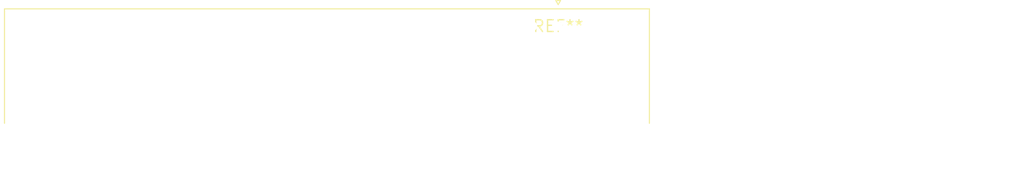
<source format=kicad_pcb>
(kicad_pcb (version 20240108) (generator pcbnew)
  (layers (0 "F.Cu" signal) (31 "B.Cu" signal) (34 "B.Paste" user) (35 "F.Paste" user) (36 "B.SilkS" user "B.Silkscreen") (37 "F.SilkS" user "F.Silkscreen") (38 "B.Mask" user) (39 "F.Mask" user) (44 "Edge.Cuts" user))
  (net 0 "")
  (footprint "DSUB-37_Female_Horizontal_P2.77x2.84mm_EdgePinOffset7.70mm_Housed_MountingHolesOffset9.12mm" (layer "F.Cu") (at 0 0)
    (property "Reference" "REF**")
    (property "Value" "DSUB-37_Female_Horizontal_P2.77x2.84mm_EdgePinOffset7.70mm_Housed_MountingHolesOffset9.12mm")
    (fp_line (start -59.69 -1.86) (end 9.83 -1.86) (layer "F.SilkS") (stroke (width 0.12)))
    (fp_line (start -59.69 10.48) (end -59.69 -1.86) (layer "F.SilkS") (stroke (width 0.12)))
    (fp_line (start -0.25 -2.754338) (end 0.25 -2.754338) (layer "F.SilkS") (stroke (width 0.12)))
    (fp_line (start 0 -2.321325) (end -0.25 -2.754338) (layer "F.SilkS") (stroke (width 0.12)))
    (fp_line (start 0.25 -2.754338) (end 0 -2.321325) (layer "F.SilkS") (stroke (width 0.12)))
    (fp_line (start 9.83 -1.86) (end 9.83 10.48) (layer "F.SilkS") (stroke (width 0.12)))
    (pad "0" thru_hole circle (at -56.68 1.42) (size 4 4) (drill 3.2) (layers *.Cu *.Mask) (remove_unused_layers))
    (pad "0" thru_hole circle (at 6.82 1.42) (size 4 4) (drill 3.2) (layers *.Cu *.Mask) (remove_unused_layers))
    (pad "1" thru_hole rect (at 0 0) (size 1.6 1.6) (drill 1) (layers *.Cu *.Mask) (remove_unused_layers))
    (pad "2" thru_hole circle (at -2.77 0) (size 1.6 1.6) (drill 1) (layers *.Cu *.Mask) (remove_unused_layers))
    (pad "3" thru_hole circle (at -5.54 0) (size 1.6 1.6) (drill 1) (layers *.Cu *.Mask) (remove_unused_layers))
    (pad "4" thru_hole circle (at -8.31 0) (size 1.6 1.6) (drill 1) (layers *.Cu *.Mask) (remove_unused_layers))
    (pad "5" thru_hole circle (at -11.08 0) (size 1.6 1.6) (drill 1) (layers *.Cu *.Mask) (remove_unused_layers))
    (pad "6" thru_hole circle (at -13.85 0) (size 1.6 1.6) (drill 1) (layers *.Cu *.Mask) (remove_unused_layers))
    (pad "7" thru_hole circle (at -16.62 0) (size 1.6 1.6) (drill 1) (layers *.Cu *.Mask) (remove_unused_layers))
    (pad "8" thru_hole circle (at -19.39 0) (size 1.6 1.6) (drill 1) (layers *.Cu *.Mask) (remove_unused_layers))
    (pad "9" thru_hole circle (at -22.16 0) (size 1.6 1.6) (drill 1) (layers *.Cu *.Mask) (remove_unused_layers))
    (pad "10" thru_hole circle (at -24.93 0) (size 1.6 1.6) (drill 1) (layers *.Cu *.Mask) (remove_unused_layers))
    (pad "11" thru_hole circle (at -27.7 0) (size 1.6 1.6) (drill 1) (layers *.Cu *.Mask) (remove_unused_layers))
    (pad "12" thru_hole circle (at -30.47 0) (size 1.6 1.6) (drill 1) (layers *.Cu *.Mask) (remove_unused_layers))
    (pad "13" thru_hole circle (at -33.24 0) (size 1.6 1.6) (drill 1) (layers *.Cu *.Mask) (remove_unused_layers))
    (pad "14" thru_hole circle (at -36.01 0) (size 1.6 1.6) (drill 1) (layers *.Cu *.Mask) (remove_unused_layers))
    (pad "15" thru_hole circle (at -38.78 0) (size 1.6 1.6) (drill 1) (layers *.Cu *.Mask) (remove_unused_layers))
    (pad "16" thru_hole circle (at -41.55 0) (size 1.6 1.6) (drill 1) (layers *.Cu *.Mask) (remove_unused_layers))
    (pad "17" thru_hole circle (at -44.32 0) (size 1.6 1.6) (drill 1) (layers *.Cu *.Mask) (remove_unused_layers))
    (pad "18" thru_hole circle (at -47.09 0) (size 1.6 1.6) (drill 1) (layers *.Cu *.Mask) (remove_unused_layers))
    (pad "19" thru_hole circle (at -49.86 0) (size 1.6 1.6) (drill 1) (layers *.Cu *.Mask) (remove_unused_layers))
    (pad "20" thru_hole circle (at -1.385 2.84) (size 1.6 1.6) (drill 1) (layers *.Cu *.Mask) (remove_unused_layers))
    (pad "21" thru_hole circle (at -4.155 2.84) (size 1.6 1.6) (drill 1) (layers *.Cu *.Mask) (remove_unused_layers))
    (pad "22" thru_hole circle (at -6.925 2.84) (size 1.6 1.6) (drill 1) (layers *.Cu *.Mask) (remove_unused_layers))
    (pad "23" thru_hole circle (at -9.695 2.84) (size 1.6 1.6) (drill 1) (layers *.Cu *.Mask) (remove_unused_layers))
    (pad "24" thru_hole circle (at -12.465 2.84) (size 1.6 1.6) (drill 1) (layers *.Cu *.Mask) (remove_unused_layers))
    (pad "25" thru_hole circle (at -15.235 2.84) (size 1.6 1.6) (drill 1) (layers *.Cu *.Mask) (remove_unused_layers))
    (pad "26" thru_hole circle (at -18.005 2.84) (size 1.6 1.6) (drill 1) (layers *.Cu *.Mask) (remove_unused_layers))
    (pad "27" thru_hole circle (at -20.775 2.84) (size 1.6 1.6) (drill 1) (layers *.Cu *.Mask) (remove_unused_layers))
    (pad "28" thru_hole circle (at -23.545 2.84) (size 1.6 1.6) (drill 1) (layers *.Cu *.Mask) (remove_unused_layers))
    (pad "29" thru_hole circle (at -26.315 2.84) (size 1.6 1.6) (drill 1) (layers *.Cu *.Mask) (remove_unused_layers))
    (pad "30" thru_hole circle (at -29.085 2.84) (size 1.6 1.6) (drill 1) (layers *.Cu *.Mask) (remove_unused_layers))
    (pad "31" thru_hole circle (at -31.855 2.84) (size 1.6 1.6) (drill 1) (layers *.Cu *.Mask) (remove_unused_layers))
    (pad "32" thru_hole circle (at -34.625 2.84) (size 1.6 1.6) (drill 1) (layers *.Cu *.Mask) (remove_unused_layers))
    (pad "33" thru_hole circle (at -37.395 2.84) (size 1.6 1.6) (drill 1) (layers *.Cu *.Mask) (remove_unused_layers))
    (pad "34" thru_hole circle (at -40.165 2.84) (size 1.6 1.6) (drill 1) (layers *.Cu *.Mask) (remove_unused_layers))
    (pad "35" thru_hole circle (at -42.935 2.84) (size 1.6 1.6) (drill 1) (layers *.Cu *.Mask) (remove_unused_layers))
    (pad "36" thru_hole circle (at -45.705 2.84) (size 1.6 1.6) (drill 1) (layers *.Cu *.Mask) (remove_unused_layers))
    (pad "37" thru_hole circle (at -48.475 2.84) (size 1.6 1.6) (drill 1) (layers *.Cu *.Mask) (remove_unused_layers))
  )
)
</source>
